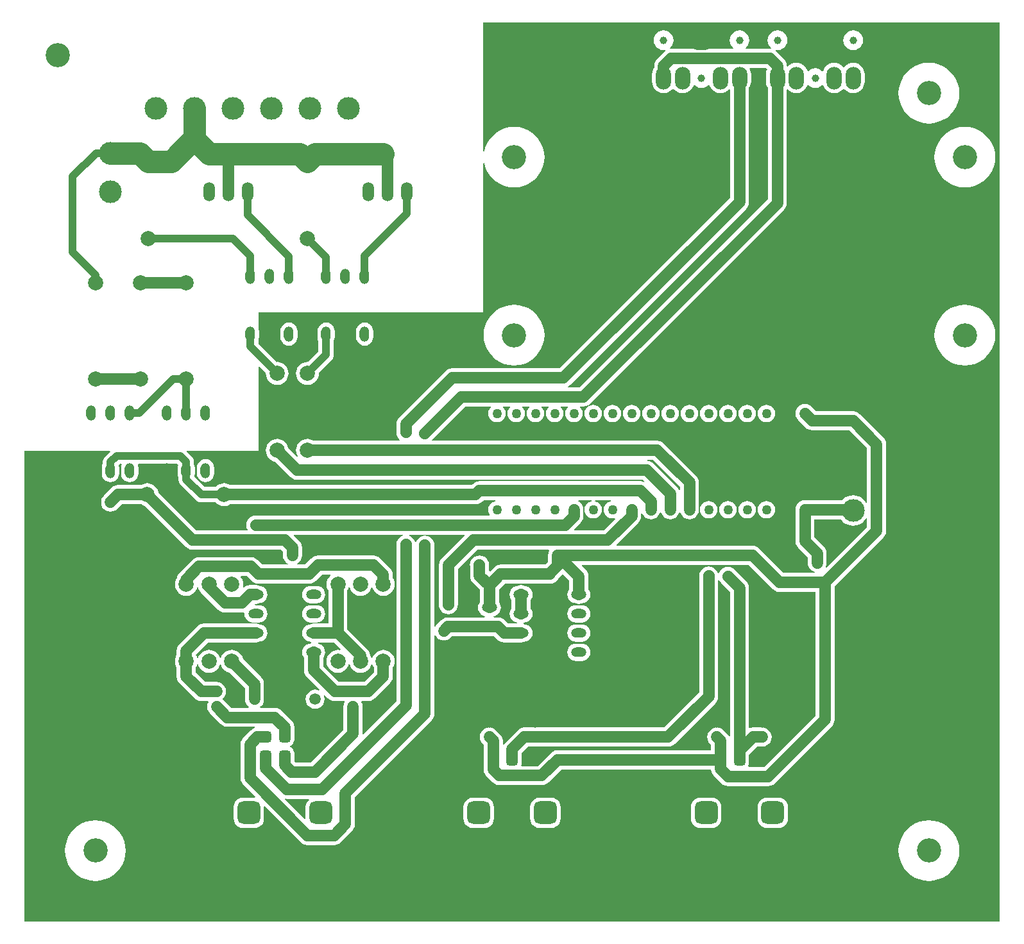
<source format=gtl>
G04 Layer_Physical_Order=1*
G04 Layer_Color=255*
%FSLAX25Y25*%
%MOIN*%
G70*
G01*
G75*
%ADD10C,0.03937*%
%ADD11C,0.11811*%
%ADD12C,0.05906*%
%ADD13C,0.07874*%
%ADD14C,0.05906*%
%ADD15C,0.03937*%
G04:AMPARAMS|DCode=16|XSize=98.43mil|YSize=98.43mil|CornerRadius=24.61mil|HoleSize=0mil|Usage=FLASHONLY|Rotation=90.000|XOffset=0mil|YOffset=0mil|HoleType=Round|Shape=RoundedRectangle|*
%AMROUNDEDRECTD16*
21,1,0.09843,0.04921,0,0,90.0*
21,1,0.04921,0.09843,0,0,90.0*
1,1,0.04921,0.02461,0.02461*
1,1,0.04921,0.02461,-0.02461*
1,1,0.04921,-0.02461,-0.02461*
1,1,0.04921,-0.02461,0.02461*
%
%ADD16ROUNDEDRECTD16*%
%ADD17O,0.08000X0.11811*%
G04:AMPARAMS|DCode=18|XSize=118.11mil|YSize=118.11mil|CornerRadius=29.53mil|HoleSize=0mil|Usage=FLASHONLY|Rotation=180.000|XOffset=0mil|YOffset=0mil|HoleType=Round|Shape=RoundedRectangle|*
%AMROUNDEDRECTD18*
21,1,0.11811,0.05906,0,0,180.0*
21,1,0.05906,0.11811,0,0,180.0*
1,1,0.05906,-0.02953,0.02953*
1,1,0.05906,0.02953,0.02953*
1,1,0.05906,0.02953,-0.02953*
1,1,0.05906,-0.02953,-0.02953*
%
%ADD18ROUNDEDRECTD18*%
G04:AMPARAMS|DCode=19|XSize=59.06mil|YSize=59.06mil|CornerRadius=14.76mil|HoleSize=0mil|Usage=FLASHONLY|Rotation=180.000|XOffset=0mil|YOffset=0mil|HoleType=Round|Shape=RoundedRectangle|*
%AMROUNDEDRECTD19*
21,1,0.05906,0.02953,0,0,180.0*
21,1,0.02953,0.05906,0,0,180.0*
1,1,0.02953,-0.01476,0.01476*
1,1,0.02953,0.01476,0.01476*
1,1,0.02953,0.01476,-0.01476*
1,1,0.02953,-0.01476,-0.01476*
%
%ADD19ROUNDEDRECTD19*%
%ADD20O,0.08000X0.05000*%
%ADD21C,0.05000*%
%ADD22C,0.11811*%
%ADD23O,0.05000X0.08000*%
%ADD24O,0.05906X0.10000*%
%ADD25C,0.12598*%
%ADD26C,0.12598*%
%ADD27C,0.06000*%
%ADD28C,0.03000*%
G36*
X388376Y445549D02*
X388160Y445146D01*
X387819Y444020D01*
X387703Y442850D01*
Y439039D01*
X387819Y437869D01*
X388160Y436744D01*
X388714Y435707D01*
X388737Y435679D01*
Y378040D01*
X290857Y280161D01*
X285065D01*
X284966Y280661D01*
X285159Y280741D01*
X286187Y281529D01*
X377526Y372868D01*
X378314Y373896D01*
X378810Y375093D01*
X378979Y376378D01*
Y435679D01*
X379002Y435707D01*
X379557Y436744D01*
X379898Y437869D01*
X380013Y439039D01*
Y442850D01*
X379898Y444020D01*
X379557Y445146D01*
X379251Y445717D01*
X379551Y446217D01*
X387708D01*
X388376Y445549D01*
D02*
G37*
G36*
X363691Y179463D02*
X364488Y178425D01*
X364777Y178203D01*
X369052Y173928D01*
Y98845D01*
X368552Y98745D01*
X368472Y98939D01*
X367683Y99967D01*
X365715Y101935D01*
X364687Y102724D01*
X363489Y103220D01*
X362205Y103389D01*
X360920Y103220D01*
X359723Y102724D01*
X358695Y101935D01*
X357906Y100907D01*
X357410Y99710D01*
X357241Y98425D01*
X357410Y97141D01*
X357906Y95943D01*
X358695Y94915D01*
X359209Y94401D01*
Y91578D01*
X279528D01*
X278243Y91409D01*
X277046Y90913D01*
X276018Y90124D01*
X269204Y83310D01*
X260895D01*
X260561Y83810D01*
X260738Y84238D01*
X260857Y85138D01*
Y86517D01*
X260869Y86614D01*
Y90070D01*
X264261Y93462D01*
X337008D01*
X338293Y93631D01*
X339490Y94126D01*
X340518Y94915D01*
X361541Y115939D01*
X362330Y116967D01*
X362826Y118164D01*
X362995Y119449D01*
Y179837D01*
X363495Y179937D01*
X363691Y179463D01*
D02*
G37*
G36*
X138976Y66296D02*
X150270D01*
X150431Y65823D01*
X150033Y65518D01*
X149245Y64490D01*
X148749Y63293D01*
X148580Y62008D01*
Y56102D01*
X148601Y55939D01*
X148153Y55717D01*
X137942Y65928D01*
X138176Y66401D01*
X138976Y66296D01*
D02*
G37*
G36*
X166718Y144097D02*
X166523Y143647D01*
X166490Y143617D01*
X165354Y143729D01*
X164197Y143615D01*
X163084Y143278D01*
X162057Y142729D01*
X161158Y141991D01*
X160420Y141092D01*
X159872Y140066D01*
X159534Y138953D01*
X159420Y137795D01*
X159534Y136638D01*
X159872Y135524D01*
X160420Y134499D01*
X161158Y133599D01*
X162057Y132861D01*
X163084Y132313D01*
X164197Y131975D01*
X165354Y131861D01*
X166512Y131975D01*
X167625Y132313D01*
X168651Y132861D01*
X169550Y133599D01*
X170288Y134499D01*
X170837Y135524D01*
X170999Y136058D01*
X171521D01*
X171683Y135524D01*
X172231Y134499D01*
X172969Y133599D01*
X173869Y132861D01*
X174894Y132313D01*
X176008Y131975D01*
X177165Y131861D01*
X178323Y131975D01*
X179436Y132313D01*
X180462Y132861D01*
X181361Y133599D01*
X182099Y134499D01*
X182648Y135524D01*
X182810Y136058D01*
X183332D01*
X183494Y135524D01*
X184013Y134554D01*
Y131977D01*
X179046Y127011D01*
X165836D01*
X157759Y135088D01*
Y139654D01*
X158198Y140227D01*
X158649Y141314D01*
X158802Y142480D01*
X158649Y143647D01*
X158198Y144734D01*
X157482Y145667D01*
X156549Y146384D01*
X155462Y146834D01*
X155163Y146873D01*
X155032Y147017D01*
X155251Y147517D01*
X163298D01*
X166718Y144097D01*
D02*
G37*
G36*
X199231Y203158D02*
X198282Y202765D01*
X197244Y201969D01*
X196447Y200931D01*
X195947Y199722D01*
X195776Y198425D01*
X195824Y198063D01*
Y117017D01*
X178611Y99804D01*
X178192Y100092D01*
Y114173D01*
X178023Y115458D01*
X177557Y116584D01*
X177752Y117084D01*
X181102D01*
X182387Y117253D01*
X183584Y117748D01*
X184612Y118537D01*
X192486Y126411D01*
X193275Y127439D01*
X193771Y128637D01*
X193940Y129921D01*
Y134554D01*
X194459Y135524D01*
X194796Y136638D01*
X194910Y137795D01*
X194796Y138953D01*
X194459Y140066D01*
X193910Y141092D01*
X193172Y141991D01*
X192273Y142729D01*
X191247Y143278D01*
X190134Y143615D01*
X188976Y143729D01*
X187819Y143615D01*
X186706Y143278D01*
X185680Y142729D01*
X184780Y141991D01*
X184042Y141092D01*
X183494Y140066D01*
X183332Y139532D01*
X182810D01*
X182648Y140066D01*
X182099Y141092D01*
X182069Y141130D01*
X181960Y141954D01*
X181464Y143151D01*
X180675Y144179D01*
X170318Y154536D01*
Y174554D01*
X170837Y175524D01*
X170999Y176058D01*
X171521D01*
X171683Y175524D01*
X172231Y174498D01*
X172969Y173599D01*
X173869Y172861D01*
X174894Y172313D01*
X176008Y171975D01*
X177165Y171861D01*
X178323Y171975D01*
X179436Y172313D01*
X180462Y172861D01*
X181361Y173599D01*
X182099Y174498D01*
X182648Y175524D01*
X182810Y176058D01*
X183332D01*
X183494Y175524D01*
X184042Y174498D01*
X184780Y173599D01*
X185680Y172861D01*
X186706Y172313D01*
X187819Y171975D01*
X188976Y171861D01*
X190134Y171975D01*
X191247Y172313D01*
X192273Y172861D01*
X193172Y173599D01*
X193910Y174498D01*
X194459Y175524D01*
X194796Y176638D01*
X194910Y177795D01*
X194796Y178953D01*
X194459Y180066D01*
X193940Y181036D01*
Y182677D01*
X193771Y183962D01*
X193275Y185159D01*
X192486Y186187D01*
X187368Y191305D01*
X186340Y192094D01*
X185143Y192590D01*
X183858Y192759D01*
X155118D01*
X153833Y192590D01*
X152636Y192094D01*
X151608Y191305D01*
X148338Y188035D01*
X144120D01*
X144021Y188535D01*
X144214Y188615D01*
X145242Y189403D01*
X146031Y190431D01*
X146527Y191629D01*
X146696Y192913D01*
Y196850D01*
X146527Y198135D01*
X146031Y199332D01*
X145242Y200360D01*
X142406Y203196D01*
X142597Y203658D01*
X199131D01*
X199231Y203158D01*
D02*
G37*
G36*
X92943Y135524D02*
X93491Y134499D01*
X94229Y133599D01*
X95128Y132861D01*
X96154Y132313D01*
X97268Y131975D01*
X98425Y131861D01*
X99583Y131975D01*
X100696Y132313D01*
X101722Y132861D01*
X102621Y133599D01*
X103359Y134499D01*
X103908Y135524D01*
X104069Y136058D01*
X104592D01*
X104754Y135524D01*
X105302Y134499D01*
X106040Y133599D01*
X106939Y132861D01*
X107965Y132313D01*
X109018Y131993D01*
X117084Y123928D01*
Y118110D01*
X117253Y116825D01*
X117748Y115628D01*
X118537Y114600D01*
X119157Y114125D01*
X118987Y113625D01*
X109930D01*
X105872Y117683D01*
X105641Y117860D01*
Y118360D01*
X105872Y118537D01*
X106661Y119565D01*
X107157Y120763D01*
X107326Y122047D01*
X107157Y123332D01*
X106661Y124529D01*
X105872Y125557D01*
X104844Y126346D01*
X103647Y126842D01*
X102362Y127011D01*
X96544D01*
X91578Y131977D01*
Y134554D01*
X92097Y135524D01*
X92258Y136058D01*
X92781D01*
X92943Y135524D01*
D02*
G37*
G36*
X231216Y203196D02*
X219325Y191305D01*
X218536Y190277D01*
X218040Y189080D01*
X217871Y187795D01*
Y167685D01*
X217823Y167323D01*
X217994Y166026D01*
X218495Y164817D01*
X219291Y163779D01*
X220329Y162983D01*
X221538Y162482D01*
X222835Y162311D01*
X224132Y162482D01*
X225340Y162983D01*
X226378Y163779D01*
X227175Y164817D01*
X227675Y166026D01*
X227846Y167323D01*
X227798Y167685D01*
Y185739D01*
X237883Y195824D01*
X275004D01*
X275199Y195324D01*
X274733Y194198D01*
X274564Y192913D01*
Y189458D01*
X273141Y188035D01*
X250000D01*
X248715Y187865D01*
X247518Y187370D01*
X246490Y186581D01*
X244440Y184531D01*
X243940Y184738D01*
Y187433D01*
X243988Y187795D01*
X243817Y189092D01*
X243316Y190301D01*
X242520Y191339D01*
X241482Y192135D01*
X240273Y192636D01*
X238976Y192807D01*
X237679Y192636D01*
X236471Y192135D01*
X235433Y191339D01*
X234636Y190301D01*
X234136Y189092D01*
X233965Y187795D01*
X234013Y187433D01*
Y182283D01*
X234182Y180999D01*
X234678Y179802D01*
X235467Y178774D01*
X239131Y175109D01*
Y168496D01*
X238691Y167923D01*
X238241Y166836D01*
X238087Y165669D01*
X238241Y164503D01*
X238691Y163416D01*
X239407Y162482D01*
X240341Y161766D01*
X241428Y161316D01*
X241726Y161276D01*
X241858Y161133D01*
X241638Y160633D01*
X222598D01*
X221314Y160464D01*
X220117Y159968D01*
X219089Y159179D01*
X216963Y157053D01*
X216174Y156025D01*
X216094Y155832D01*
X215594Y155931D01*
Y197670D01*
X215641Y198031D01*
X215471Y199328D01*
X214970Y200537D01*
X214174Y201575D01*
X213136Y202372D01*
X211927Y202872D01*
X210630Y203043D01*
X209333Y202872D01*
X208124Y202372D01*
X207086Y201575D01*
X206290Y200537D01*
X206061Y199984D01*
X205520D01*
X205127Y200931D01*
X204331Y201969D01*
X203293Y202765D01*
X202344Y203158D01*
X202443Y203658D01*
X231025D01*
X231216Y203196D01*
D02*
G37*
G36*
X343068Y228653D02*
Y226968D01*
X342568Y226869D01*
X342330Y227443D01*
X341541Y228470D01*
X329494Y240518D01*
X328466Y241307D01*
X327269Y241803D01*
X326241Y241938D01*
X326273Y242438D01*
X329282D01*
X343068Y228653D01*
D02*
G37*
G36*
X509294Y2517D02*
X2517D01*
Y247244D01*
X46880Y247244D01*
X47072Y246782D01*
X44436Y244146D01*
X43805Y243324D01*
X43408Y242366D01*
X43273Y241339D01*
Y240559D01*
X42891Y239635D01*
X42737Y238469D01*
Y235469D01*
X42891Y234302D01*
X43341Y233215D01*
X44057Y232281D01*
X44991Y231565D01*
X46078Y231115D01*
X47244Y230961D01*
X48411Y231115D01*
X49498Y231565D01*
X50431Y232281D01*
X51147Y233215D01*
X51598Y234302D01*
X51751Y235469D01*
Y238469D01*
X51598Y239635D01*
X51468Y239947D01*
X52039Y240517D01*
X52806D01*
X53084Y240102D01*
X52891Y239635D01*
X52737Y238469D01*
Y235469D01*
X52891Y234302D01*
X53341Y233215D01*
X54057Y232281D01*
X54991Y231565D01*
X56078Y231115D01*
X57244Y230961D01*
X58411Y231115D01*
X59498Y231565D01*
X60431Y232281D01*
X61147Y233215D01*
X61598Y234302D01*
X61751Y235469D01*
Y238469D01*
X61598Y239635D01*
X61404Y240102D01*
X61682Y240517D01*
X81820D01*
X82390Y239947D01*
X82261Y239635D01*
X82107Y238469D01*
Y235469D01*
X82261Y234302D01*
X82643Y233379D01*
Y232283D01*
X82779Y231256D01*
X83175Y230298D01*
X83806Y229476D01*
X91680Y221602D01*
X92503Y220971D01*
X93460Y220574D01*
X94488Y220439D01*
X101918D01*
X102103Y220213D01*
X103002Y219475D01*
X104028Y218927D01*
X105141Y218589D01*
X106299Y218475D01*
X107457Y218589D01*
X108570Y218927D01*
X109540Y219446D01*
X237008D01*
X238293Y219615D01*
X239490Y220111D01*
X240518Y220900D01*
X241032Y221414D01*
X247024D01*
X247057Y220914D01*
X246865Y220889D01*
X245778Y220439D01*
X244845Y219722D01*
X244128Y218789D01*
X243678Y217702D01*
X243524Y216535D01*
X243678Y215369D01*
X244128Y214282D01*
X244318Y214034D01*
X244097Y213586D01*
X123157D01*
X122795Y213633D01*
X121498Y213463D01*
X120290Y212962D01*
X119252Y212166D01*
X118455Y211128D01*
X117955Y209919D01*
X117784Y208622D01*
X117955Y207325D01*
X118400Y206251D01*
X118167Y205751D01*
X91977D01*
X72101Y225627D01*
X71782Y226680D01*
X71233Y227706D01*
X70495Y228606D01*
X69596Y229343D01*
X68570Y229892D01*
X67457Y230229D01*
X66299Y230344D01*
X65141Y230229D01*
X64028Y229892D01*
X63058Y229373D01*
X51181D01*
X49896Y229204D01*
X48699Y228708D01*
X47671Y227919D01*
X43734Y223982D01*
X42945Y222954D01*
X42450Y221757D01*
X42280Y220472D01*
X42450Y219188D01*
X42945Y217991D01*
X43734Y216963D01*
X44762Y216174D01*
X45959Y215678D01*
X47244Y215509D01*
X48529Y215678D01*
X49726Y216174D01*
X50754Y216963D01*
X53237Y219446D01*
X63058D01*
X64028Y218927D01*
X65081Y218608D01*
X86411Y197277D01*
X87439Y196489D01*
X88636Y195993D01*
X89921Y195824D01*
X135739D01*
X136769Y194794D01*
Y192913D01*
X136938Y191629D01*
X137434Y190431D01*
X138222Y189403D01*
X139250Y188615D01*
X139444Y188535D01*
X139344Y188035D01*
X126072D01*
X123589Y190518D01*
X122561Y191307D01*
X121363Y191803D01*
X120079Y191972D01*
X93307D01*
X92022Y191803D01*
X90825Y191307D01*
X89797Y190518D01*
X83104Y183825D01*
X82315Y182797D01*
X81820Y181600D01*
X81767Y181197D01*
X81680Y181092D01*
X81132Y180066D01*
X80794Y178953D01*
X80680Y177795D01*
X80794Y176638D01*
X81132Y175524D01*
X81680Y174498D01*
X82418Y173599D01*
X83317Y172861D01*
X84343Y172313D01*
X85457Y171975D01*
X86614Y171861D01*
X87772Y171975D01*
X88885Y172313D01*
X89911Y172861D01*
X90810Y173599D01*
X91548Y174498D01*
X92097Y175524D01*
X92258Y176058D01*
X92781D01*
X92943Y175524D01*
X93491Y174498D01*
X94229Y173599D01*
X94567Y173322D01*
X94915Y172868D01*
X103183Y164600D01*
X104211Y163812D01*
X105408Y163316D01*
X106693Y163146D01*
X115354D01*
X116390Y163283D01*
X116843Y162900D01*
X116788Y162480D01*
X116942Y161314D01*
X117392Y160227D01*
X118108Y159293D01*
X119042Y158577D01*
X120129Y158127D01*
X121295Y157973D01*
X124295D01*
X125462Y158127D01*
X126549Y158577D01*
X127482Y159293D01*
X128199Y160227D01*
X128649Y161314D01*
X128802Y162480D01*
X128649Y163647D01*
X128199Y164734D01*
X127482Y165667D01*
X126549Y166384D01*
X125462Y166834D01*
X124295Y166987D01*
X122528D01*
X122261Y167487D01*
X122280Y167517D01*
X122795D01*
X124080Y167686D01*
X124997Y168066D01*
X125462Y168127D01*
X126549Y168577D01*
X127482Y169293D01*
X128199Y170227D01*
X128649Y171314D01*
X128802Y172480D01*
X128649Y173647D01*
X128199Y174734D01*
X127482Y175667D01*
X126549Y176383D01*
X125462Y176834D01*
X124997Y176895D01*
X124080Y177275D01*
X122795Y177444D01*
X119724D01*
X118440Y177275D01*
X117243Y176779D01*
X116433Y176158D01*
X116001Y176457D01*
X116056Y176638D01*
X116170Y177795D01*
X116056Y178953D01*
X115719Y180066D01*
X115170Y181092D01*
X114799Y181544D01*
X115036Y182044D01*
X118023D01*
X120506Y179561D01*
X121534Y178772D01*
X122731Y178276D01*
X124016Y178107D01*
X150394D01*
X151678Y178276D01*
X152876Y178772D01*
X153904Y179561D01*
X157174Y182832D01*
X161394D01*
X161573Y182332D01*
X161158Y181991D01*
X160420Y181092D01*
X159872Y180066D01*
X159534Y178953D01*
X159420Y177795D01*
X159534Y176638D01*
X159872Y175524D01*
X160391Y174554D01*
Y157444D01*
X152795D01*
X151511Y157275D01*
X150593Y156895D01*
X150129Y156834D01*
X149042Y156384D01*
X148108Y155667D01*
X147392Y154734D01*
X146942Y153647D01*
X146788Y152480D01*
X146942Y151314D01*
X147392Y150227D01*
X148108Y149293D01*
X149042Y148577D01*
X150129Y148127D01*
X150593Y148066D01*
X151387Y147737D01*
X151387Y147736D01*
Y147224D01*
X151387Y147224D01*
X150593Y146895D01*
X150129Y146834D01*
X149042Y146384D01*
X148108Y145667D01*
X147392Y144734D01*
X146942Y143647D01*
X146788Y142480D01*
X146942Y141314D01*
X147392Y140227D01*
X147831Y139654D01*
Y133031D01*
X148001Y131747D01*
X148497Y130550D01*
X149285Y129522D01*
X155738Y123069D01*
X155455Y122645D01*
X154828Y122905D01*
X153543Y123074D01*
X152259Y122905D01*
X151061Y122409D01*
X150033Y121620D01*
X149245Y120592D01*
X148749Y119395D01*
X148580Y118110D01*
X148749Y116825D01*
X149245Y115628D01*
X150033Y114600D01*
X151061Y113812D01*
X152259Y113316D01*
X153543Y113146D01*
X154828Y113316D01*
X156025Y113812D01*
X157053Y114600D01*
X157842Y115628D01*
X158338Y116825D01*
X158507Y118110D01*
X158338Y119395D01*
X158078Y120022D01*
X158502Y120305D01*
X160270Y118537D01*
X161298Y117748D01*
X162495Y117253D01*
X163779Y117084D01*
X168705D01*
X168900Y116584D01*
X168434Y115458D01*
X168265Y114173D01*
Y102056D01*
X151487Y85279D01*
X143395D01*
X142759Y85914D01*
Y88583D01*
X142746Y88679D01*
Y90059D01*
X142628Y90958D01*
X142281Y91796D01*
X141729Y92516D01*
X141009Y93068D01*
X140610Y93233D01*
Y93774D01*
X141009Y93940D01*
X141729Y94492D01*
X142281Y95211D01*
X142628Y96049D01*
X142746Y96949D01*
Y98328D01*
X142759Y98425D01*
Y103543D01*
X142590Y104828D01*
X142094Y106025D01*
X141305Y107053D01*
X136187Y112171D01*
X135159Y112960D01*
X133962Y113456D01*
X132677Y113625D01*
X125108D01*
X124938Y114125D01*
X125557Y114600D01*
X126346Y115628D01*
X126842Y116825D01*
X127011Y118110D01*
Y125984D01*
X126842Y127269D01*
X126346Y128466D01*
X125557Y129494D01*
X116038Y139013D01*
X115719Y140066D01*
X115170Y141092D01*
X114432Y141991D01*
X113533Y142729D01*
X112507Y143278D01*
X111394Y143615D01*
X110236Y143729D01*
X109079Y143615D01*
X107965Y143278D01*
X106939Y142729D01*
X106040Y141991D01*
X105302Y141092D01*
X104754Y140066D01*
X104592Y139532D01*
X104069D01*
X103908Y140066D01*
X103359Y141092D01*
X102621Y141991D01*
X101722Y142729D01*
X100696Y143278D01*
X99583Y143615D01*
X98425Y143729D01*
X97268Y143615D01*
X96154Y143278D01*
X95128Y142729D01*
X94229Y141991D01*
X93491Y141092D01*
X92943Y140066D01*
X92781Y139532D01*
X92258D01*
X92097Y140066D01*
X91578Y141036D01*
Y141251D01*
X97843Y147517D01*
X122795D01*
X124080Y147686D01*
X124997Y148066D01*
X125462Y148127D01*
X126549Y148577D01*
X127482Y149293D01*
X128199Y150227D01*
X128649Y151314D01*
X128802Y152480D01*
X128649Y153647D01*
X128199Y154734D01*
X127482Y155667D01*
X126549Y156384D01*
X125462Y156834D01*
X124997Y156895D01*
X124080Y157275D01*
X122795Y157444D01*
X95787D01*
X94503Y157275D01*
X93305Y156779D01*
X92277Y155990D01*
X83104Y146817D01*
X82315Y145789D01*
X81820Y144592D01*
X81651Y143307D01*
Y141036D01*
X81132Y140066D01*
X80794Y138953D01*
X80680Y137795D01*
X80794Y136638D01*
X81132Y135524D01*
X81651Y134554D01*
Y129921D01*
X81820Y128637D01*
X82315Y127439D01*
X83104Y126411D01*
X90978Y118537D01*
X92006Y117748D01*
X93204Y117253D01*
X94488Y117084D01*
X97839D01*
X98034Y116584D01*
X97568Y115458D01*
X97399Y114173D01*
X97568Y112889D01*
X98063Y111691D01*
X98852Y110663D01*
X104364Y105151D01*
X105392Y104363D01*
X106589Y103867D01*
X107874Y103698D01*
X122241D01*
X122337Y103220D01*
X121140Y102724D01*
X120112Y101935D01*
X116175Y97998D01*
X115386Y96970D01*
X114891Y95773D01*
X114721Y94488D01*
Y77165D01*
X114891Y75881D01*
X115386Y74683D01*
X116175Y73655D01*
X122432Y67399D01*
X122211Y66950D01*
X122047Y66972D01*
X116142D01*
X114857Y66803D01*
X113660Y66307D01*
X112632Y65518D01*
X111843Y64490D01*
X111347Y63293D01*
X111178Y62008D01*
Y56102D01*
X111347Y54818D01*
X111843Y53620D01*
X112632Y52592D01*
X113660Y51804D01*
X114857Y51308D01*
X116142Y51139D01*
X122047D01*
X123332Y51308D01*
X124529Y51804D01*
X125557Y52592D01*
X126346Y53620D01*
X126842Y54818D01*
X127011Y56102D01*
Y62008D01*
X126989Y62172D01*
X127438Y62393D01*
X146096Y43734D01*
X147125Y42945D01*
X148322Y42450D01*
X149606Y42280D01*
X163386D01*
X164671Y42450D01*
X165868Y42945D01*
X166896Y43734D01*
X172801Y49640D01*
X173590Y50668D01*
X174086Y51865D01*
X174255Y53150D01*
Y67235D01*
X214140Y107120D01*
X214929Y108148D01*
X215424Y109345D01*
X215594Y110630D01*
Y151155D01*
X216094Y151255D01*
X216174Y151061D01*
X216963Y150033D01*
X217991Y149245D01*
X219188Y148749D01*
X220472Y148580D01*
X221757Y148749D01*
X222954Y149245D01*
X223982Y150033D01*
X224655Y150706D01*
X246605D01*
X248341Y148970D01*
X249369Y148182D01*
X250566Y147686D01*
X251850Y147517D01*
X260591D01*
X261875Y147686D01*
X262792Y148066D01*
X263257Y148127D01*
X264344Y148577D01*
X265278Y149293D01*
X265994Y150227D01*
X266444Y151314D01*
X266598Y152480D01*
X266444Y153647D01*
X265994Y154734D01*
X265278Y155667D01*
X264344Y156384D01*
X263257Y156834D01*
X262792Y156895D01*
X261999Y157224D01*
X261999Y157225D01*
Y157736D01*
X261999Y157737D01*
X262792Y158066D01*
X263257Y158127D01*
X264344Y158577D01*
X265278Y159293D01*
X265994Y160227D01*
X266444Y161314D01*
X266598Y162480D01*
X266444Y163647D01*
X265994Y164734D01*
X265554Y165307D01*
Y169654D01*
X265994Y170227D01*
X266444Y171314D01*
X266598Y172480D01*
X266444Y173647D01*
X265994Y174734D01*
X265278Y175667D01*
X264344Y176383D01*
X263257Y176834D01*
X262792Y176895D01*
X261875Y177275D01*
X260591Y177444D01*
X259306Y177275D01*
X258389Y176895D01*
X257924Y176834D01*
X256837Y176383D01*
X255904Y175667D01*
X255187Y174734D01*
X254737Y173647D01*
X254584Y172480D01*
X254737Y171314D01*
X255187Y170227D01*
X255627Y169654D01*
Y165307D01*
X255187Y164734D01*
X254737Y163647D01*
X254584Y162480D01*
X254737Y161314D01*
X255187Y160227D01*
X255904Y159293D01*
X256837Y158577D01*
X257924Y158127D01*
X258223Y158088D01*
X258354Y157944D01*
X258135Y157444D01*
X253906D01*
X252171Y159179D01*
X251143Y159968D01*
X249946Y160464D01*
X248661Y160633D01*
X246550D01*
X246331Y161133D01*
X246462Y161276D01*
X246761Y161316D01*
X247848Y161766D01*
X248781Y162482D01*
X249498Y163416D01*
X249948Y164503D01*
X250101Y165669D01*
X249948Y166836D01*
X249498Y167923D01*
X249058Y168496D01*
Y175109D01*
X252056Y178107D01*
X275590D01*
X276875Y178276D01*
X278072Y178772D01*
X279100Y179561D01*
X279889Y180589D01*
X279998Y180853D01*
X282283Y183138D01*
X285627Y179794D01*
Y175307D01*
X285187Y174734D01*
X284737Y173647D01*
X284583Y172480D01*
X284737Y171314D01*
X285187Y170227D01*
X285904Y169293D01*
X286837Y168577D01*
X287924Y168127D01*
X288389Y168066D01*
X289306Y167686D01*
X290591Y167517D01*
X291875Y167686D01*
X292793Y168066D01*
X293257Y168127D01*
X294344Y168577D01*
X295278Y169293D01*
X295994Y170227D01*
X296444Y171314D01*
X296598Y172480D01*
X296444Y173647D01*
X295994Y174734D01*
X295554Y175307D01*
Y181850D01*
X295385Y183135D01*
X294889Y184332D01*
X294100Y185360D01*
X291973Y187488D01*
X292164Y187950D01*
X378653D01*
X391372Y175230D01*
X392400Y174442D01*
X393597Y173946D01*
X394882Y173776D01*
X413540D01*
Y109536D01*
X386920Y82916D01*
X378695D01*
X378474Y83365D01*
X378501Y83400D01*
X378848Y84238D01*
X378967Y85138D01*
Y86517D01*
X378979Y86614D01*
Y89283D01*
X383158Y93462D01*
X385827D01*
X387111Y93631D01*
X388309Y94126D01*
X389337Y94915D01*
X390125Y95943D01*
X390621Y97141D01*
X390791Y98425D01*
X390621Y99710D01*
X390125Y100907D01*
X389337Y101935D01*
X388309Y102724D01*
X387111Y103220D01*
X385827Y103389D01*
X381102D01*
X379818Y103220D01*
X379395Y103045D01*
X378979Y103323D01*
Y175984D01*
X378810Y177269D01*
X378314Y178466D01*
X377526Y179494D01*
X371797Y185222D01*
X371575Y185512D01*
X370537Y186309D01*
X369328Y186809D01*
X368032Y186980D01*
X366735Y186809D01*
X365526Y186309D01*
X364488Y185512D01*
X363691Y184474D01*
X363318Y183573D01*
X362777D01*
X362371Y184553D01*
X361575Y185591D01*
X360537Y186387D01*
X359329Y186888D01*
X358032Y187059D01*
X356734Y186888D01*
X355526Y186387D01*
X354488Y185591D01*
X353692Y184553D01*
X353191Y183344D01*
X353020Y182047D01*
X353068Y181685D01*
Y121505D01*
X334952Y103389D01*
X262205D01*
X260920Y103220D01*
X259723Y102724D01*
X258695Y101935D01*
X252396Y95636D01*
X251607Y94608D01*
X251527Y94415D01*
X251027Y94514D01*
Y96457D01*
X250858Y97741D01*
X250362Y98939D01*
X249573Y99967D01*
X247604Y101935D01*
X246576Y102724D01*
X245379Y103220D01*
X244094Y103389D01*
X242810Y103220D01*
X241613Y102724D01*
X240585Y101935D01*
X239796Y100907D01*
X239300Y99710D01*
X239131Y98425D01*
X239300Y97141D01*
X239796Y95943D01*
X240585Y94915D01*
X241099Y94401D01*
Y86614D01*
Y81496D01*
X241268Y80211D01*
X241764Y79014D01*
X242553Y77986D01*
X245703Y74837D01*
X246731Y74048D01*
X247928Y73552D01*
X249213Y73383D01*
X271260D01*
X272545Y73552D01*
X273742Y74048D01*
X274770Y74837D01*
X281584Y81651D01*
X359241D01*
X359379Y80605D01*
X359875Y79408D01*
X360663Y78380D01*
X364600Y74443D01*
X365628Y73654D01*
X366826Y73158D01*
X368110Y72989D01*
X388976D01*
X390261Y73158D01*
X391458Y73654D01*
X392486Y74443D01*
X422014Y103970D01*
X422803Y104999D01*
X423299Y106196D01*
X423468Y107480D01*
Y176684D01*
X448785Y202002D01*
X449574Y203030D01*
X450070Y204227D01*
X450239Y205512D01*
Y250590D01*
X450070Y251875D01*
X449574Y253072D01*
X448785Y254100D01*
X436581Y266305D01*
X435553Y267094D01*
X434356Y267590D01*
X433071Y267759D01*
X413828D01*
X411541Y270045D01*
X410513Y270834D01*
X409316Y271330D01*
X408032Y271499D01*
X406747Y271330D01*
X405550Y270834D01*
X404522Y270045D01*
X403733Y269017D01*
X403237Y267820D01*
X403068Y266535D01*
X403237Y265251D01*
X403733Y264054D01*
X404522Y263026D01*
X408262Y259285D01*
X409290Y258497D01*
X410487Y258001D01*
X411772Y257832D01*
X431015D01*
X440312Y248534D01*
Y220406D01*
X439827Y220285D01*
X439649Y220616D01*
X438666Y221815D01*
X437467Y222799D01*
X436099Y223530D01*
X434615Y223980D01*
X433071Y224133D01*
X431527Y223980D01*
X430043Y223530D01*
X428675Y222799D01*
X427476Y221815D01*
X427217Y221499D01*
X408032D01*
X406747Y221330D01*
X405550Y220834D01*
X404522Y220045D01*
X403733Y219017D01*
X403237Y217820D01*
X403068Y216535D01*
Y200236D01*
X403237Y198951D01*
X403733Y197754D01*
X404522Y196726D01*
X409406Y191842D01*
Y188976D01*
X409576Y187692D01*
X410071Y186495D01*
X410860Y185467D01*
X411888Y184678D01*
X413085Y184182D01*
X412989Y183704D01*
X396938D01*
X384219Y196423D01*
X383190Y197212D01*
X381993Y197708D01*
X380709Y197877D01*
X310275D01*
X310083Y198339D01*
X321541Y209797D01*
X322330Y210825D01*
X322826Y212022D01*
X322995Y213307D01*
Y214528D01*
X323495Y214627D01*
X323733Y214054D01*
X324522Y213026D01*
X325550Y212237D01*
X326747Y211741D01*
X328031Y211572D01*
X329316Y211741D01*
X330513Y212237D01*
X331541Y213026D01*
X332330Y214054D01*
X332775Y215127D01*
X332776Y215127D01*
X333287D01*
X333288Y215127D01*
X333733Y214054D01*
X334522Y213026D01*
X335550Y212237D01*
X336747Y211741D01*
X338032Y211572D01*
X339316Y211741D01*
X340513Y212237D01*
X341541Y213026D01*
X342330Y214054D01*
X342775Y215127D01*
X342776Y215127D01*
X343287D01*
X343288Y215127D01*
X343733Y214054D01*
X344522Y213026D01*
X345550Y212237D01*
X346747Y211741D01*
X348031Y211572D01*
X349316Y211741D01*
X350513Y212237D01*
X351541Y213026D01*
X352330Y214054D01*
X352826Y215251D01*
X352995Y216535D01*
Y230709D01*
X352826Y231993D01*
X352330Y233190D01*
X351541Y234219D01*
X334848Y250911D01*
X333820Y251700D01*
X332623Y252196D01*
X331339Y252365D01*
X214421D01*
X214258Y252865D01*
X214396Y253045D01*
X231584Y270233D01*
X244732D01*
X244893Y269760D01*
X244845Y269722D01*
X244128Y268789D01*
X243678Y267702D01*
X243524Y266535D01*
X243678Y265369D01*
X244128Y264282D01*
X244845Y263349D01*
X245778Y262632D01*
X246865Y262182D01*
X248031Y262028D01*
X249198Y262182D01*
X250285Y262632D01*
X251219Y263349D01*
X251935Y264282D01*
X252385Y265369D01*
X252539Y266535D01*
X252385Y267702D01*
X251935Y268789D01*
X251219Y269722D01*
X251170Y269760D01*
X251331Y270233D01*
X254732D01*
X254893Y269760D01*
X254844Y269722D01*
X254128Y268789D01*
X253678Y267702D01*
X253524Y266535D01*
X253678Y265369D01*
X254128Y264282D01*
X254844Y263349D01*
X255778Y262632D01*
X256865Y262182D01*
X258032Y262028D01*
X259198Y262182D01*
X260285Y262632D01*
X261219Y263349D01*
X261935Y264282D01*
X262385Y265369D01*
X262539Y266535D01*
X262385Y267702D01*
X261935Y268789D01*
X261219Y269722D01*
X261170Y269760D01*
X261331Y270233D01*
X264732D01*
X264893Y269760D01*
X264844Y269722D01*
X264128Y268789D01*
X263678Y267702D01*
X263524Y266535D01*
X263678Y265369D01*
X264128Y264282D01*
X264844Y263349D01*
X265778Y262632D01*
X266865Y262182D01*
X268032Y262028D01*
X269198Y262182D01*
X270285Y262632D01*
X271218Y263349D01*
X271935Y264282D01*
X272385Y265369D01*
X272539Y266535D01*
X272385Y267702D01*
X271935Y268789D01*
X271218Y269722D01*
X271170Y269760D01*
X271331Y270233D01*
X274732D01*
X274893Y269760D01*
X274845Y269722D01*
X274128Y268789D01*
X273678Y267702D01*
X273524Y266535D01*
X273678Y265369D01*
X274128Y264282D01*
X274845Y263349D01*
X275778Y262632D01*
X276865Y262182D01*
X278031Y262028D01*
X279198Y262182D01*
X280285Y262632D01*
X281219Y263349D01*
X281935Y264282D01*
X282385Y265369D01*
X282539Y266535D01*
X282385Y267702D01*
X281935Y268789D01*
X281219Y269722D01*
X281170Y269760D01*
X281331Y270233D01*
X284732D01*
X284893Y269760D01*
X284844Y269722D01*
X284128Y268789D01*
X283678Y267702D01*
X283524Y266535D01*
X283678Y265369D01*
X284128Y264282D01*
X284844Y263349D01*
X285778Y262632D01*
X286865Y262182D01*
X288032Y262028D01*
X289198Y262182D01*
X290285Y262632D01*
X291218Y263349D01*
X291935Y264282D01*
X292385Y265369D01*
X292539Y266535D01*
X292385Y267702D01*
X291935Y268789D01*
X291218Y269722D01*
X291170Y269760D01*
X291331Y270233D01*
X292913D01*
X294198Y270402D01*
X295395Y270898D01*
X296423Y271687D01*
X397211Y372474D01*
X398000Y373502D01*
X398495Y374699D01*
X398664Y375984D01*
Y434834D01*
X399135Y435002D01*
X399303Y434799D01*
X400211Y434053D01*
X401248Y433498D01*
X402373Y433157D01*
X403543Y433042D01*
X404713Y433157D01*
X405838Y433498D01*
X406875Y434053D01*
X407784Y434799D01*
X408530Y435707D01*
X409084Y436744D01*
X409221Y437195D01*
X409686Y437306D01*
X409766Y437271D01*
X410805Y436474D01*
X412050Y435958D01*
X413386Y435783D01*
X414722Y435958D01*
X415967Y436474D01*
X417005Y437271D01*
X417086Y437306D01*
X417551Y437195D01*
X417688Y436744D01*
X418242Y435707D01*
X418988Y434799D01*
X419896Y434053D01*
X420933Y433498D01*
X422058Y433157D01*
X423228Y433042D01*
X424398Y433157D01*
X425523Y433498D01*
X426560Y434053D01*
X427469Y434799D01*
X427900Y435323D01*
X428400D01*
X428830Y434799D01*
X429739Y434053D01*
X430776Y433498D01*
X431901Y433157D01*
X433071Y433042D01*
X434241Y433157D01*
X435366Y433498D01*
X436403Y434053D01*
X437312Y434799D01*
X438058Y435707D01*
X438612Y436744D01*
X438953Y437869D01*
X439068Y439039D01*
Y442850D01*
X438953Y444020D01*
X438612Y445146D01*
X438058Y446182D01*
X437312Y447091D01*
X436403Y447837D01*
X435366Y448391D01*
X434241Y448733D01*
X433071Y448848D01*
X431901Y448733D01*
X430776Y448391D01*
X429739Y447837D01*
X428830Y447091D01*
X428400Y446567D01*
X427900D01*
X427469Y447091D01*
X426560Y447837D01*
X425523Y448391D01*
X424398Y448733D01*
X423228Y448848D01*
X422058Y448733D01*
X420933Y448391D01*
X419896Y447837D01*
X418988Y447091D01*
X418242Y446182D01*
X417688Y445146D01*
X417551Y444695D01*
X417086Y444584D01*
X417005Y444619D01*
X415967Y445415D01*
X414722Y445931D01*
X413386Y446107D01*
X412050Y445931D01*
X410805Y445415D01*
X409766Y444619D01*
X409686Y444584D01*
X409221Y444695D01*
X409084Y445146D01*
X408530Y446182D01*
X407784Y447091D01*
X406875Y447837D01*
X405838Y448391D01*
X404713Y448733D01*
X403543Y448848D01*
X402373Y448733D01*
X401248Y448391D01*
X400211Y447837D01*
X399303Y447091D01*
X399135Y446887D01*
X398664Y447056D01*
Y447244D01*
X398495Y448529D01*
X398000Y449726D01*
X397211Y450754D01*
X393274Y454691D01*
X392757Y455088D01*
X392955Y455566D01*
X393701Y455468D01*
X395037Y455644D01*
X396282Y456159D01*
X397351Y456980D01*
X398171Y458049D01*
X398687Y459294D01*
X398863Y460630D01*
X398687Y461966D01*
X398171Y463211D01*
X397351Y464280D01*
X396282Y465101D01*
X395037Y465616D01*
X393701Y465792D01*
X392365Y465616D01*
X391120Y465101D01*
X390051Y464280D01*
X389230Y463211D01*
X388714Y461966D01*
X388539Y460630D01*
X388714Y459294D01*
X389230Y458049D01*
X390051Y456980D01*
X390630Y456535D01*
X390432Y456057D01*
X389764Y456145D01*
X377399D01*
X377230Y456645D01*
X377666Y456980D01*
X378486Y458049D01*
X379002Y459294D01*
X379178Y460630D01*
X379002Y461966D01*
X378486Y463211D01*
X377666Y464280D01*
X376597Y465101D01*
X375352Y465616D01*
X374016Y465792D01*
X372680Y465616D01*
X371435Y465101D01*
X370366Y464280D01*
X369545Y463211D01*
X369029Y461966D01*
X368853Y460630D01*
X369029Y459294D01*
X369545Y458049D01*
X370366Y456980D01*
X370802Y456645D01*
X370632Y456145D01*
X338583D01*
X337915Y456057D01*
X337717Y456535D01*
X338296Y456980D01*
X339116Y458049D01*
X339632Y459294D01*
X339808Y460630D01*
X339632Y461966D01*
X339116Y463211D01*
X338296Y464280D01*
X337227Y465101D01*
X335982Y465616D01*
X334646Y465792D01*
X333310Y465616D01*
X332065Y465101D01*
X330995Y464280D01*
X330175Y463211D01*
X329659Y461966D01*
X329483Y460630D01*
X329659Y459294D01*
X330175Y458049D01*
X330995Y456980D01*
X332065Y456159D01*
X333310Y455644D01*
X334646Y455468D01*
X335392Y455566D01*
X335590Y455088D01*
X335073Y454691D01*
X331136Y450754D01*
X330347Y449726D01*
X329851Y448529D01*
X329682Y447244D01*
Y446210D01*
X329659Y446182D01*
X329105Y445146D01*
X328764Y444020D01*
X328648Y442850D01*
Y439039D01*
X328764Y437869D01*
X329105Y436744D01*
X329659Y435707D01*
X330405Y434799D01*
X331314Y434053D01*
X332351Y433498D01*
X333476Y433157D01*
X334646Y433042D01*
X335816Y433157D01*
X336941Y433498D01*
X337978Y434053D01*
X338886Y434799D01*
X339317Y435323D01*
X339817D01*
X340247Y434799D01*
X341156Y434053D01*
X342193Y433498D01*
X343318Y433157D01*
X344488Y433042D01*
X345658Y433157D01*
X346783Y433498D01*
X347820Y434053D01*
X348729Y434799D01*
X349475Y435707D01*
X350029Y436744D01*
X350166Y437195D01*
X350630Y437306D01*
X350711Y437271D01*
X351750Y436474D01*
X352995Y435958D01*
X354331Y435783D01*
X355667Y435958D01*
X356912Y436474D01*
X357950Y437271D01*
X358031Y437306D01*
X358496Y437195D01*
X358632Y436744D01*
X359187Y435707D01*
X359932Y434799D01*
X360841Y434053D01*
X361878Y433498D01*
X363003Y433157D01*
X364173Y433042D01*
X365343Y433157D01*
X366468Y433498D01*
X367505Y434053D01*
X368414Y434799D01*
X368581Y435002D01*
X369052Y434834D01*
Y378434D01*
X280621Y290003D01*
X224803D01*
X223518Y289834D01*
X222321Y289338D01*
X221293Y288549D01*
X197277Y264533D01*
X196489Y263506D01*
X195993Y262308D01*
X195824Y261024D01*
Y257055D01*
X195776Y256693D01*
X195947Y255396D01*
X196447Y254187D01*
X197244Y253149D01*
X197649Y252839D01*
X197488Y252365D01*
X152848D01*
X151877Y252884D01*
X150764Y253222D01*
X149606Y253336D01*
X148449Y253222D01*
X147335Y252884D01*
X146309Y252336D01*
X145410Y251598D01*
X144672Y250698D01*
X144124Y249672D01*
X143786Y248559D01*
X143672Y247402D01*
X143786Y246244D01*
X144124Y245131D01*
X144431Y244555D01*
X144026Y244254D01*
X139660Y248620D01*
X139341Y249672D01*
X138792Y250698D01*
X138054Y251598D01*
X137155Y252336D01*
X136129Y252884D01*
X135016Y253222D01*
X133858Y253336D01*
X132701Y253222D01*
X131587Y252884D01*
X130561Y252336D01*
X129662Y251598D01*
X128924Y250698D01*
X128376Y249672D01*
X128038Y248559D01*
X127924Y247402D01*
X128038Y246244D01*
X128376Y245131D01*
X128924Y244105D01*
X129662Y243205D01*
X130561Y242468D01*
X131587Y241919D01*
X132640Y241600D01*
X140742Y233498D01*
X141770Y232709D01*
X142967Y232213D01*
X144252Y232044D01*
X323928D01*
X324636Y231337D01*
X324352Y230913D01*
X323726Y231172D01*
X322441Y231342D01*
X238976D01*
X237692Y231172D01*
X236494Y230677D01*
X235467Y229888D01*
X234952Y229373D01*
X109540D01*
X108570Y229892D01*
X107457Y230229D01*
X106299Y230344D01*
X105141Y230229D01*
X104028Y229892D01*
X103002Y229343D01*
X102103Y228606D01*
X101918Y228380D01*
X96133D01*
X90746Y233767D01*
X90968Y234302D01*
X91121Y235469D01*
Y238469D01*
X90968Y239635D01*
X90585Y240559D01*
Y241339D01*
X90450Y242366D01*
X90053Y243324D01*
X89422Y244146D01*
X86786Y246782D01*
X86978Y247244D01*
X111417D01*
X124016Y247244D01*
Y259842D01*
Y290975D01*
X124478Y291166D01*
X127953Y287691D01*
X127924Y287402D01*
X128038Y286244D01*
X128376Y285131D01*
X128924Y284105D01*
X129662Y283206D01*
X130561Y282468D01*
X131587Y281919D01*
X132701Y281581D01*
X133858Y281468D01*
X135016Y281581D01*
X136129Y281919D01*
X137155Y282468D01*
X138054Y283206D01*
X138792Y284105D01*
X139341Y285131D01*
X139678Y286244D01*
X139792Y287402D01*
X139678Y288559D01*
X139341Y289672D01*
X138792Y290698D01*
X138054Y291598D01*
X137155Y292336D01*
X136129Y292884D01*
X135016Y293222D01*
X133858Y293336D01*
X133569Y293307D01*
X124016Y302860D01*
Y304543D01*
X124275Y305168D01*
X124428Y306335D01*
Y309335D01*
X124275Y310501D01*
X124016Y311126D01*
Y319291D01*
X240945D01*
Y360630D01*
Y396617D01*
X241445Y396676D01*
X241866Y394922D01*
X242815Y392632D01*
X244110Y390518D01*
X245720Y388633D01*
X247605Y387023D01*
X249718Y385728D01*
X252008Y384780D01*
X254418Y384201D01*
X256890Y384006D01*
X259361Y384201D01*
X261771Y384780D01*
X264061Y385728D01*
X266175Y387023D01*
X268060Y388633D01*
X269670Y390518D01*
X270965Y392632D01*
X271913Y394922D01*
X272492Y397332D01*
X272686Y399803D01*
X272492Y402274D01*
X271913Y404685D01*
X270965Y406975D01*
X269670Y409088D01*
X268060Y410973D01*
X266175Y412583D01*
X264061Y413878D01*
X261771Y414827D01*
X259361Y415405D01*
X256890Y415600D01*
X254418Y415405D01*
X252008Y414827D01*
X249718Y413878D01*
X247605Y412583D01*
X245720Y410973D01*
X244110Y409088D01*
X242815Y406975D01*
X241866Y404685D01*
X241445Y402930D01*
X240945Y402989D01*
Y469924D01*
X509294D01*
Y2517D01*
D02*
G37*
G36*
X440312Y212035D02*
Y207568D01*
X419190Y186446D01*
X418766Y186729D01*
X419165Y187692D01*
X419334Y188976D01*
Y193898D01*
X419165Y195182D01*
X418669Y196379D01*
X417880Y197407D01*
X412995Y202292D01*
Y211572D01*
X426700D01*
X427476Y210626D01*
X428675Y209642D01*
X430043Y208911D01*
X431527Y208460D01*
X433071Y208308D01*
X434615Y208460D01*
X436099Y208911D01*
X437467Y209642D01*
X438666Y210626D01*
X439649Y211825D01*
X439827Y212156D01*
X440312Y212035D01*
D02*
G37*
G36*
X307057Y220914D02*
X306865Y220889D01*
X305778Y220439D01*
X304844Y219722D01*
X304128Y218789D01*
X303678Y217702D01*
X303524Y216535D01*
X303678Y215369D01*
X304128Y214282D01*
X304844Y213349D01*
X305778Y212632D01*
X306865Y212182D01*
X308032Y212028D01*
X309177Y212179D01*
X309215Y212148D01*
X309444Y211739D01*
X303456Y205751D01*
X288227D01*
X288036Y206213D01*
X291541Y209718D01*
X292330Y210747D01*
X292826Y211944D01*
X292995Y213228D01*
Y216535D01*
X292826Y217820D01*
X292330Y219017D01*
X291541Y220045D01*
X290513Y220834D01*
X290320Y220914D01*
X290420Y221414D01*
X297024D01*
X297057Y220914D01*
X296865Y220889D01*
X295778Y220439D01*
X294845Y219722D01*
X294128Y218789D01*
X293678Y217702D01*
X293524Y216535D01*
X293678Y215369D01*
X294128Y214282D01*
X294845Y213349D01*
X295778Y212632D01*
X296865Y212182D01*
X298031Y212028D01*
X299198Y212182D01*
X300285Y212632D01*
X301219Y213349D01*
X301935Y214282D01*
X302385Y215369D01*
X302539Y216535D01*
X302385Y217702D01*
X301935Y218789D01*
X301219Y219722D01*
X300285Y220439D01*
X299198Y220889D01*
X299006Y220914D01*
X299039Y221414D01*
X307024D01*
X307057Y220914D01*
D02*
G37*
%LPC*%
G36*
X154295Y176987D02*
X151295D01*
X150129Y176834D01*
X149042Y176383D01*
X148108Y175667D01*
X147392Y174734D01*
X146942Y173647D01*
X146788Y172480D01*
X146942Y171314D01*
X147392Y170227D01*
X148108Y169293D01*
X149042Y168577D01*
X150129Y168127D01*
X151295Y167973D01*
X154295D01*
X155462Y168127D01*
X156549Y168577D01*
X157482Y169293D01*
X158198Y170227D01*
X158649Y171314D01*
X158802Y172480D01*
X158649Y173647D01*
X158198Y174734D01*
X157482Y175667D01*
X156549Y176383D01*
X155462Y176834D01*
X154295Y176987D01*
D02*
G37*
G36*
X292091Y166987D02*
X289090D01*
X287924Y166834D01*
X286837Y166384D01*
X285904Y165667D01*
X285187Y164734D01*
X284737Y163647D01*
X284583Y162480D01*
X284737Y161314D01*
X285187Y160227D01*
X285904Y159293D01*
X286837Y158577D01*
X287924Y158127D01*
X289090Y157973D01*
X292091D01*
X293257Y158127D01*
X294344Y158577D01*
X295278Y159293D01*
X295994Y160227D01*
X296444Y161314D01*
X296598Y162480D01*
X296444Y163647D01*
X295994Y164734D01*
X295278Y165667D01*
X294344Y166384D01*
X293257Y166834D01*
X292091Y166987D01*
D02*
G37*
G36*
X358032Y221042D02*
X356865Y220889D01*
X355778Y220439D01*
X354844Y219722D01*
X354128Y218789D01*
X353678Y217702D01*
X353524Y216535D01*
X353678Y215369D01*
X354128Y214282D01*
X354844Y213349D01*
X355778Y212632D01*
X356865Y212182D01*
X358032Y212028D01*
X359198Y212182D01*
X360285Y212632D01*
X361219Y213349D01*
X361935Y214282D01*
X362385Y215369D01*
X362539Y216535D01*
X362385Y217702D01*
X361935Y218789D01*
X361219Y219722D01*
X360285Y220439D01*
X359198Y220889D01*
X358032Y221042D01*
D02*
G37*
G36*
X368032D02*
X366865Y220889D01*
X365778Y220439D01*
X364844Y219722D01*
X364128Y218789D01*
X363678Y217702D01*
X363524Y216535D01*
X363678Y215369D01*
X364128Y214282D01*
X364844Y213349D01*
X365778Y212632D01*
X366865Y212182D01*
X368032Y212028D01*
X369198Y212182D01*
X370285Y212632D01*
X371218Y213349D01*
X371935Y214282D01*
X372385Y215369D01*
X372538Y216535D01*
X372385Y217702D01*
X371935Y218789D01*
X371218Y219722D01*
X370285Y220439D01*
X369198Y220889D01*
X368032Y221042D01*
D02*
G37*
G36*
X241535Y66972D02*
X235630D01*
X234345Y66803D01*
X233148Y66307D01*
X232120Y65518D01*
X231331Y64490D01*
X230835Y63293D01*
X230666Y62008D01*
Y56102D01*
X230835Y54818D01*
X231331Y53620D01*
X232120Y52592D01*
X233148Y51804D01*
X234345Y51308D01*
X235630Y51139D01*
X241535D01*
X242820Y51308D01*
X244017Y51804D01*
X245045Y52592D01*
X245834Y53620D01*
X246330Y54818D01*
X246499Y56102D01*
Y62008D01*
X246330Y63293D01*
X245834Y64490D01*
X245045Y65518D01*
X244017Y66307D01*
X242820Y66803D01*
X241535Y66972D01*
D02*
G37*
G36*
X276181D02*
X270276D01*
X268991Y66803D01*
X267794Y66307D01*
X266766Y65518D01*
X265977Y64490D01*
X265481Y63293D01*
X265312Y62008D01*
Y56102D01*
X265481Y54818D01*
X265977Y53620D01*
X266766Y52592D01*
X267794Y51804D01*
X268991Y51308D01*
X270276Y51139D01*
X276181D01*
X277466Y51308D01*
X278663Y51804D01*
X279691Y52592D01*
X280480Y53620D01*
X280976Y54818D01*
X281145Y56102D01*
Y62008D01*
X280976Y63293D01*
X280480Y64490D01*
X279691Y65518D01*
X278663Y66307D01*
X277466Y66803D01*
X276181Y66972D01*
D02*
G37*
G36*
X39370Y55167D02*
X36899Y54972D01*
X34489Y54394D01*
X32199Y53445D01*
X30085Y52150D01*
X28200Y50540D01*
X26590Y48655D01*
X25295Y46542D01*
X24347Y44251D01*
X23768Y41841D01*
X23573Y39370D01*
X23768Y36899D01*
X24347Y34489D01*
X25295Y32199D01*
X26590Y30085D01*
X28200Y28200D01*
X30085Y26590D01*
X32199Y25295D01*
X34489Y24347D01*
X36899Y23768D01*
X39370Y23573D01*
X41841Y23768D01*
X44251Y24347D01*
X46542Y25295D01*
X48655Y26590D01*
X50540Y28200D01*
X52150Y30085D01*
X53445Y32199D01*
X54394Y34489D01*
X54972Y36899D01*
X55167Y39370D01*
X54972Y41841D01*
X54394Y44251D01*
X53445Y46542D01*
X52150Y48655D01*
X50540Y50540D01*
X48655Y52150D01*
X46542Y53445D01*
X44251Y54394D01*
X41841Y54972D01*
X39370Y55167D01*
D02*
G37*
G36*
X472441D02*
X469970Y54972D01*
X467559Y54394D01*
X465269Y53445D01*
X463156Y52150D01*
X461271Y50540D01*
X459661Y48655D01*
X458366Y46542D01*
X457417Y44251D01*
X456839Y41841D01*
X456644Y39370D01*
X456839Y36899D01*
X457417Y34489D01*
X458366Y32199D01*
X459661Y30085D01*
X461271Y28200D01*
X463156Y26590D01*
X465269Y25295D01*
X467559Y24347D01*
X469970Y23768D01*
X472441Y23573D01*
X474912Y23768D01*
X477322Y24347D01*
X479612Y25295D01*
X481726Y26590D01*
X483611Y28200D01*
X485221Y30085D01*
X486516Y32199D01*
X487465Y34489D01*
X488043Y36899D01*
X488238Y39370D01*
X488043Y41841D01*
X487465Y44251D01*
X486516Y46542D01*
X485221Y48655D01*
X483611Y50540D01*
X481726Y52150D01*
X479612Y53445D01*
X477322Y54394D01*
X474912Y54972D01*
X472441Y55167D01*
D02*
G37*
G36*
X359646Y66972D02*
X353740D01*
X352455Y66803D01*
X351258Y66307D01*
X350230Y65518D01*
X349441Y64490D01*
X348946Y63293D01*
X348776Y62008D01*
Y56102D01*
X348946Y54818D01*
X349441Y53620D01*
X350230Y52592D01*
X351258Y51804D01*
X352455Y51308D01*
X353740Y51139D01*
X359646D01*
X360930Y51308D01*
X362127Y51804D01*
X363156Y52592D01*
X363944Y53620D01*
X364440Y54818D01*
X364609Y56102D01*
Y62008D01*
X364440Y63293D01*
X363944Y64490D01*
X363156Y65518D01*
X362127Y66307D01*
X360930Y66803D01*
X359646Y66972D01*
D02*
G37*
G36*
X292091Y156987D02*
X289090D01*
X287924Y156834D01*
X286837Y156384D01*
X285904Y155667D01*
X285187Y154734D01*
X284737Y153647D01*
X284583Y152480D01*
X284737Y151314D01*
X285187Y150227D01*
X285904Y149293D01*
X286837Y148577D01*
X287924Y148127D01*
X289090Y147973D01*
X292091D01*
X293257Y148127D01*
X294344Y148577D01*
X295278Y149293D01*
X295994Y150227D01*
X296444Y151314D01*
X296598Y152480D01*
X296444Y153647D01*
X295994Y154734D01*
X295278Y155667D01*
X294344Y156384D01*
X293257Y156834D01*
X292091Y156987D01*
D02*
G37*
G36*
X154295Y166987D02*
X151295D01*
X150129Y166834D01*
X149042Y166384D01*
X148108Y165667D01*
X147392Y164734D01*
X146942Y163647D01*
X146788Y162480D01*
X146942Y161314D01*
X147392Y160227D01*
X148108Y159293D01*
X149042Y158577D01*
X150129Y158127D01*
X151295Y157973D01*
X154295D01*
X155462Y158127D01*
X156549Y158577D01*
X157482Y159293D01*
X158198Y160227D01*
X158649Y161314D01*
X158802Y162480D01*
X158649Y163647D01*
X158198Y164734D01*
X157482Y165667D01*
X156549Y166384D01*
X155462Y166834D01*
X154295Y166987D01*
D02*
G37*
G36*
X394291Y66972D02*
X388386D01*
X387101Y66803D01*
X385904Y66307D01*
X384876Y65518D01*
X384087Y64490D01*
X383591Y63293D01*
X383422Y62008D01*
Y56102D01*
X383591Y54818D01*
X384087Y53620D01*
X384876Y52592D01*
X385904Y51804D01*
X387101Y51308D01*
X388386Y51139D01*
X394291D01*
X395576Y51308D01*
X396773Y51804D01*
X397801Y52592D01*
X398590Y53620D01*
X399086Y54818D01*
X399255Y56102D01*
Y62008D01*
X399086Y63293D01*
X398590Y64490D01*
X397801Y65518D01*
X396773Y66307D01*
X395576Y66803D01*
X394291Y66972D01*
D02*
G37*
G36*
X292091Y146987D02*
X289090D01*
X287924Y146834D01*
X286837Y146384D01*
X285904Y145667D01*
X285187Y144734D01*
X284737Y143647D01*
X284583Y142480D01*
X284737Y141314D01*
X285187Y140227D01*
X285904Y139293D01*
X286837Y138577D01*
X287924Y138127D01*
X289090Y137973D01*
X292091D01*
X293257Y138127D01*
X294344Y138577D01*
X295278Y139293D01*
X295994Y140227D01*
X296444Y141314D01*
X296598Y142480D01*
X296444Y143647D01*
X295994Y144734D01*
X295278Y145667D01*
X294344Y146384D01*
X293257Y146834D01*
X292091Y146987D01*
D02*
G37*
G36*
X491142Y323080D02*
X488671Y322886D01*
X486260Y322307D01*
X483970Y321358D01*
X481857Y320063D01*
X479972Y318453D01*
X478362Y316568D01*
X477067Y314455D01*
X476118Y312165D01*
X475540Y309755D01*
X475345Y307283D01*
X475540Y304812D01*
X476118Y302402D01*
X477067Y300112D01*
X478362Y297998D01*
X479972Y296113D01*
X481857Y294504D01*
X483970Y293209D01*
X486260Y292260D01*
X488671Y291681D01*
X491142Y291487D01*
X493613Y291681D01*
X496023Y292260D01*
X498313Y293209D01*
X500427Y294504D01*
X502312Y296113D01*
X503922Y297998D01*
X505217Y300112D01*
X506165Y302402D01*
X506744Y304812D01*
X506939Y307283D01*
X506744Y309755D01*
X506165Y312165D01*
X505217Y314455D01*
X503922Y316568D01*
X502312Y318453D01*
X500427Y320063D01*
X498313Y321358D01*
X496023Y322307D01*
X493613Y322886D01*
X491142Y323080D01*
D02*
G37*
G36*
X159291Y313842D02*
X158125Y313688D01*
X157038Y313238D01*
X156104Y312522D01*
X155388Y311588D01*
X154938Y310501D01*
X154784Y309335D01*
Y306335D01*
X154938Y305168D01*
X155320Y304245D01*
Y298731D01*
X149896Y293307D01*
X149606Y293336D01*
X148449Y293222D01*
X147335Y292884D01*
X146309Y292336D01*
X145410Y291598D01*
X144672Y290698D01*
X144124Y289672D01*
X143786Y288559D01*
X143672Y287402D01*
X143786Y286244D01*
X144124Y285131D01*
X144672Y284105D01*
X145410Y283206D01*
X146309Y282468D01*
X147335Y281919D01*
X148449Y281581D01*
X149606Y281468D01*
X150764Y281581D01*
X151877Y281919D01*
X152903Y282468D01*
X153802Y283206D01*
X154540Y284105D01*
X155089Y285131D01*
X155426Y286244D01*
X155540Y287402D01*
X155512Y287691D01*
X162099Y294279D01*
X162730Y295101D01*
X163127Y296059D01*
X163262Y297087D01*
Y304245D01*
X163645Y305168D01*
X163798Y306335D01*
Y309335D01*
X163645Y310501D01*
X163195Y311588D01*
X162478Y312522D01*
X161545Y313238D01*
X160458Y313688D01*
X159291Y313842D01*
D02*
G37*
G36*
X256890Y323080D02*
X254418Y322886D01*
X252008Y322307D01*
X249718Y321358D01*
X247605Y320063D01*
X245720Y318453D01*
X244110Y316568D01*
X242815Y314455D01*
X241866Y312165D01*
X241287Y309755D01*
X241093Y307283D01*
X241287Y304812D01*
X241866Y302402D01*
X242815Y300112D01*
X244110Y297998D01*
X245720Y296113D01*
X247605Y294504D01*
X249718Y293209D01*
X252008Y292260D01*
X254418Y291681D01*
X256890Y291487D01*
X259361Y291681D01*
X261771Y292260D01*
X264061Y293209D01*
X266175Y294504D01*
X268060Y296113D01*
X269670Y297998D01*
X270965Y300112D01*
X271913Y302402D01*
X272492Y304812D01*
X272686Y307283D01*
X272492Y309755D01*
X271913Y312165D01*
X270965Y314455D01*
X269670Y316568D01*
X268060Y318453D01*
X266175Y320063D01*
X264061Y321358D01*
X261771Y322307D01*
X259361Y322886D01*
X256890Y323080D01*
D02*
G37*
G36*
X378031Y271042D02*
X376865Y270889D01*
X375778Y270439D01*
X374845Y269722D01*
X374128Y268789D01*
X373678Y267702D01*
X373524Y266535D01*
X373678Y265369D01*
X374128Y264282D01*
X374845Y263349D01*
X375778Y262632D01*
X376865Y262182D01*
X378031Y262028D01*
X379198Y262182D01*
X380285Y262632D01*
X381219Y263349D01*
X381935Y264282D01*
X382385Y265369D01*
X382539Y266535D01*
X382385Y267702D01*
X381935Y268789D01*
X381219Y269722D01*
X380285Y270439D01*
X379198Y270889D01*
X378031Y271042D01*
D02*
G37*
G36*
X388032D02*
X386865Y270889D01*
X385778Y270439D01*
X384844Y269722D01*
X384128Y268789D01*
X383678Y267702D01*
X383524Y266535D01*
X383678Y265369D01*
X384128Y264282D01*
X384844Y263349D01*
X385778Y262632D01*
X386865Y262182D01*
X388032Y262028D01*
X389198Y262182D01*
X390285Y262632D01*
X391218Y263349D01*
X391935Y264282D01*
X392385Y265369D01*
X392539Y266535D01*
X392385Y267702D01*
X391935Y268789D01*
X391218Y269722D01*
X390285Y270439D01*
X389198Y270889D01*
X388032Y271042D01*
D02*
G37*
G36*
X472441Y448868D02*
X469970Y448673D01*
X467559Y448094D01*
X465269Y447146D01*
X463156Y445851D01*
X461271Y444241D01*
X459661Y442356D01*
X458366Y440242D01*
X457417Y437952D01*
X456839Y435542D01*
X456644Y433071D01*
X456839Y430600D01*
X457417Y428189D01*
X458366Y425899D01*
X459661Y423786D01*
X461271Y421901D01*
X463156Y420291D01*
X465269Y418996D01*
X467559Y418047D01*
X469970Y417469D01*
X472441Y417274D01*
X474912Y417469D01*
X477322Y418047D01*
X479612Y418996D01*
X481726Y420291D01*
X483611Y421901D01*
X485221Y423786D01*
X486516Y425899D01*
X487465Y428189D01*
X488043Y430600D01*
X488238Y433071D01*
X488043Y435542D01*
X487465Y437952D01*
X486516Y440242D01*
X485221Y442356D01*
X483611Y444241D01*
X481726Y445851D01*
X479612Y447146D01*
X477322Y448094D01*
X474912Y448673D01*
X472441Y448868D01*
D02*
G37*
G36*
X433071Y465792D02*
X431735Y465616D01*
X430490Y465101D01*
X429421Y464280D01*
X428600Y463211D01*
X428085Y461966D01*
X427909Y460630D01*
X428085Y459294D01*
X428600Y458049D01*
X429421Y456980D01*
X430490Y456159D01*
X431735Y455644D01*
X433071Y455468D01*
X434407Y455644D01*
X435652Y456159D01*
X436721Y456980D01*
X437541Y458049D01*
X438057Y459294D01*
X438233Y460630D01*
X438057Y461966D01*
X437541Y463211D01*
X436721Y464280D01*
X435652Y465101D01*
X434407Y465616D01*
X433071Y465792D01*
D02*
G37*
G36*
X491142Y415600D02*
X488671Y415405D01*
X486260Y414827D01*
X483970Y413878D01*
X481857Y412583D01*
X479972Y410973D01*
X478362Y409088D01*
X477067Y406975D01*
X476118Y404685D01*
X475539Y402274D01*
X475345Y399803D01*
X475539Y397332D01*
X476118Y394922D01*
X477067Y392632D01*
X478362Y390518D01*
X479972Y388633D01*
X481857Y387023D01*
X483970Y385728D01*
X486260Y384780D01*
X488671Y384201D01*
X491142Y384006D01*
X493613Y384201D01*
X496023Y384780D01*
X498313Y385728D01*
X500427Y387023D01*
X502312Y388633D01*
X503922Y390518D01*
X505217Y392632D01*
X506165Y394922D01*
X506744Y397332D01*
X506939Y399803D01*
X506744Y402274D01*
X506165Y404685D01*
X505217Y406975D01*
X503922Y409088D01*
X502312Y410973D01*
X500427Y412583D01*
X498313Y413878D01*
X496023Y414827D01*
X493613Y415405D01*
X491142Y415600D01*
D02*
G37*
G36*
X139921Y313842D02*
X138755Y313688D01*
X137668Y313238D01*
X136734Y312522D01*
X136018Y311588D01*
X135568Y310501D01*
X135414Y309335D01*
Y306335D01*
X135568Y305168D01*
X136018Y304081D01*
X136734Y303148D01*
X137668Y302431D01*
X138755Y301981D01*
X139921Y301828D01*
X141088Y301981D01*
X142175Y302431D01*
X143108Y303148D01*
X143825Y304081D01*
X144275Y305168D01*
X144428Y306335D01*
Y309335D01*
X144275Y310501D01*
X143825Y311588D01*
X143108Y312522D01*
X142175Y313238D01*
X141088Y313688D01*
X139921Y313842D01*
D02*
G37*
G36*
X179291D02*
X178125Y313688D01*
X177038Y313238D01*
X176104Y312522D01*
X175388Y311588D01*
X174938Y310501D01*
X174784Y309335D01*
Y306335D01*
X174938Y305168D01*
X175388Y304081D01*
X176104Y303148D01*
X177038Y302431D01*
X178125Y301981D01*
X179291Y301828D01*
X180458Y301981D01*
X181545Y302431D01*
X182478Y303148D01*
X183195Y304081D01*
X183645Y305168D01*
X183798Y306335D01*
Y309335D01*
X183645Y310501D01*
X183195Y311588D01*
X182478Y312522D01*
X181545Y313238D01*
X180458Y313688D01*
X179291Y313842D01*
D02*
G37*
G36*
X368032Y271042D02*
X366865Y270889D01*
X365778Y270439D01*
X364844Y269722D01*
X364128Y268789D01*
X363678Y267702D01*
X363524Y266535D01*
X363678Y265369D01*
X364128Y264282D01*
X364844Y263349D01*
X365778Y262632D01*
X366865Y262182D01*
X368032Y262028D01*
X369198Y262182D01*
X370285Y262632D01*
X371218Y263349D01*
X371935Y264282D01*
X372385Y265369D01*
X372538Y266535D01*
X372385Y267702D01*
X371935Y268789D01*
X371218Y269722D01*
X370285Y270439D01*
X369198Y270889D01*
X368032Y271042D01*
D02*
G37*
G36*
X298031D02*
X296865Y270889D01*
X295778Y270439D01*
X294845Y269722D01*
X294128Y268789D01*
X293678Y267702D01*
X293524Y266535D01*
X293678Y265369D01*
X294128Y264282D01*
X294845Y263349D01*
X295778Y262632D01*
X296865Y262182D01*
X298031Y262028D01*
X299198Y262182D01*
X300285Y262632D01*
X301219Y263349D01*
X301935Y264282D01*
X302385Y265369D01*
X302539Y266535D01*
X302385Y267702D01*
X301935Y268789D01*
X301219Y269722D01*
X300285Y270439D01*
X299198Y270889D01*
X298031Y271042D01*
D02*
G37*
G36*
X308032D02*
X306865Y270889D01*
X305778Y270439D01*
X304844Y269722D01*
X304128Y268789D01*
X303678Y267702D01*
X303524Y266535D01*
X303678Y265369D01*
X304128Y264282D01*
X304844Y263349D01*
X305778Y262632D01*
X306865Y262182D01*
X308032Y262028D01*
X309198Y262182D01*
X310285Y262632D01*
X311219Y263349D01*
X311935Y264282D01*
X312385Y265369D01*
X312539Y266535D01*
X312385Y267702D01*
X311935Y268789D01*
X311219Y269722D01*
X310285Y270439D01*
X309198Y270889D01*
X308032Y271042D01*
D02*
G37*
G36*
X96614Y242976D02*
X95448Y242822D01*
X94361Y242372D01*
X93427Y241655D01*
X92711Y240722D01*
X92261Y239635D01*
X92107Y238469D01*
Y235469D01*
X92261Y234302D01*
X92711Y233215D01*
X93427Y232281D01*
X94361Y231565D01*
X95448Y231115D01*
X96614Y230961D01*
X97781Y231115D01*
X98868Y231565D01*
X99801Y232281D01*
X100517Y233215D01*
X100968Y234302D01*
X101121Y235469D01*
Y238469D01*
X100968Y239635D01*
X100517Y240722D01*
X99801Y241655D01*
X98868Y242372D01*
X97781Y242822D01*
X96614Y242976D01*
D02*
G37*
G36*
X378031Y221042D02*
X376865Y220889D01*
X375778Y220439D01*
X374845Y219722D01*
X374128Y218789D01*
X373678Y217702D01*
X373524Y216535D01*
X373678Y215369D01*
X374128Y214282D01*
X374845Y213349D01*
X375778Y212632D01*
X376865Y212182D01*
X378031Y212028D01*
X379198Y212182D01*
X380285Y212632D01*
X381219Y213349D01*
X381935Y214282D01*
X382385Y215369D01*
X382539Y216535D01*
X382385Y217702D01*
X381935Y218789D01*
X381219Y219722D01*
X380285Y220439D01*
X379198Y220889D01*
X378031Y221042D01*
D02*
G37*
G36*
X388032D02*
X386865Y220889D01*
X385778Y220439D01*
X384844Y219722D01*
X384128Y218789D01*
X383678Y217702D01*
X383524Y216535D01*
X383678Y215369D01*
X384128Y214282D01*
X384844Y213349D01*
X385778Y212632D01*
X386865Y212182D01*
X388032Y212028D01*
X389198Y212182D01*
X390285Y212632D01*
X391218Y213349D01*
X391935Y214282D01*
X392385Y215369D01*
X392539Y216535D01*
X392385Y217702D01*
X391935Y218789D01*
X391218Y219722D01*
X390285Y220439D01*
X389198Y220889D01*
X388032Y221042D01*
D02*
G37*
G36*
X348031Y271042D02*
X346865Y270889D01*
X345778Y270439D01*
X344845Y269722D01*
X344128Y268789D01*
X343678Y267702D01*
X343524Y266535D01*
X343678Y265369D01*
X344128Y264282D01*
X344845Y263349D01*
X345778Y262632D01*
X346865Y262182D01*
X348031Y262028D01*
X349198Y262182D01*
X350285Y262632D01*
X351219Y263349D01*
X351935Y264282D01*
X352385Y265369D01*
X352539Y266535D01*
X352385Y267702D01*
X351935Y268789D01*
X351219Y269722D01*
X350285Y270439D01*
X349198Y270889D01*
X348031Y271042D01*
D02*
G37*
G36*
X358032D02*
X356865Y270889D01*
X355778Y270439D01*
X354844Y269722D01*
X354128Y268789D01*
X353678Y267702D01*
X353524Y266535D01*
X353678Y265369D01*
X354128Y264282D01*
X354844Y263349D01*
X355778Y262632D01*
X356865Y262182D01*
X358032Y262028D01*
X359198Y262182D01*
X360285Y262632D01*
X361219Y263349D01*
X361935Y264282D01*
X362385Y265369D01*
X362539Y266535D01*
X362385Y267702D01*
X361935Y268789D01*
X361219Y269722D01*
X360285Y270439D01*
X359198Y270889D01*
X358032Y271042D01*
D02*
G37*
G36*
X338032D02*
X336865Y270889D01*
X335778Y270439D01*
X334844Y269722D01*
X334128Y268789D01*
X333678Y267702D01*
X333524Y266535D01*
X333678Y265369D01*
X334128Y264282D01*
X334844Y263349D01*
X335778Y262632D01*
X336865Y262182D01*
X338032Y262028D01*
X339198Y262182D01*
X340285Y262632D01*
X341218Y263349D01*
X341935Y264282D01*
X342385Y265369D01*
X342539Y266535D01*
X342385Y267702D01*
X341935Y268789D01*
X341218Y269722D01*
X340285Y270439D01*
X339198Y270889D01*
X338032Y271042D01*
D02*
G37*
G36*
X318032D02*
X316865Y270889D01*
X315778Y270439D01*
X314844Y269722D01*
X314128Y268789D01*
X313678Y267702D01*
X313524Y266535D01*
X313678Y265369D01*
X314128Y264282D01*
X314844Y263349D01*
X315778Y262632D01*
X316865Y262182D01*
X318032Y262028D01*
X319198Y262182D01*
X320285Y262632D01*
X321218Y263349D01*
X321935Y264282D01*
X322385Y265369D01*
X322538Y266535D01*
X322385Y267702D01*
X321935Y268789D01*
X321218Y269722D01*
X320285Y270439D01*
X319198Y270889D01*
X318032Y271042D01*
D02*
G37*
G36*
X328031D02*
X326865Y270889D01*
X325778Y270439D01*
X324845Y269722D01*
X324128Y268789D01*
X323678Y267702D01*
X323524Y266535D01*
X323678Y265369D01*
X324128Y264282D01*
X324845Y263349D01*
X325778Y262632D01*
X326865Y262182D01*
X328031Y262028D01*
X329198Y262182D01*
X330285Y262632D01*
X331219Y263349D01*
X331935Y264282D01*
X332385Y265369D01*
X332539Y266535D01*
X332385Y267702D01*
X331935Y268789D01*
X331219Y269722D01*
X330285Y270439D01*
X329198Y270889D01*
X328031Y271042D01*
D02*
G37*
%LPD*%
D10*
X27559Y350394D02*
X39370Y338583D01*
X27559Y350394D02*
Y389764D01*
X39685Y401890D01*
X47244D01*
X62992Y284646D02*
X62992Y284646D01*
X86614Y334646D02*
X86614Y334646D01*
X86614Y266968D02*
Y284646D01*
X62244Y266968D02*
X79921Y284646D01*
X86614D01*
X57244Y266968D02*
X62244D01*
X66929Y357638D02*
X110866D01*
X119921Y348583D01*
Y337835D02*
Y348583D01*
X149606Y357638D02*
X159291Y347953D01*
Y337835D02*
Y347953D01*
X118425Y369764D02*
Y381890D01*
Y369764D02*
X139921Y348268D01*
Y337835D02*
Y348268D01*
X201102Y370394D02*
Y381890D01*
X179291Y348583D02*
X201102Y370394D01*
X179291Y337835D02*
Y348583D01*
X119921Y301339D02*
Y307835D01*
Y301339D02*
X133858Y287402D01*
X159291Y297087D02*
Y307835D01*
X149606Y287402D02*
X159291Y297087D01*
X86614Y232283D02*
Y236968D01*
Y232283D02*
X94488Y224409D01*
X47244Y236968D02*
Y241339D01*
X86614Y236968D02*
Y241339D01*
X47244Y241339D02*
X50394Y244488D01*
X83465D01*
X86614Y241339D01*
X94488Y224409D02*
X106299D01*
D11*
X90866Y409134D02*
X98425Y401575D01*
X47244Y401890D02*
X62677D01*
X66929Y397638D01*
X78740D01*
X90866Y409764D01*
Y425197D01*
Y409134D02*
Y409764D01*
X149606Y397638D02*
X153543Y401575D01*
X188976D01*
X98425D02*
X145669D01*
X149606Y397638D01*
D12*
X98425Y401575D02*
X108425D01*
Y381890D02*
Y401575D01*
X188976D02*
X191102Y399449D01*
Y381890D02*
Y399449D01*
X39370Y284646D02*
X62992D01*
X62992Y334646D02*
X86614D01*
X279528Y192913D02*
X279528Y192913D01*
X244094Y165669D02*
Y177165D01*
X279528Y188976D02*
Y192913D01*
X51181Y224409D02*
X66299D01*
X47244Y220472D02*
X51181Y224409D01*
X408032Y266535D02*
X411772Y262795D01*
X433071D01*
X279528Y188976D02*
X279528Y188976D01*
X94488Y122047D02*
X102362D01*
X86614Y129921D02*
X94488Y122047D01*
X86614Y129921D02*
Y137795D01*
X173228Y122047D02*
X181102D01*
X188976Y129921D01*
Y137795D01*
X102362Y114173D02*
X107874Y108661D01*
X244094Y177165D02*
X250000Y183071D01*
X275590Y183465D02*
X279528Y187402D01*
Y192913D01*
X380709Y192913D02*
X394882Y178740D01*
X418504D01*
X445276Y205512D01*
Y250590D01*
X433071Y262795D02*
X445276Y250590D01*
X362205Y98425D02*
X364173Y96457D01*
Y86614D02*
Y96457D01*
X244094Y98425D02*
X246063Y96457D01*
Y86614D02*
Y96457D01*
X86614Y137795D02*
Y143307D01*
X95787Y152480D01*
X122795D01*
X163779Y122047D02*
X173228D01*
X152795Y133031D02*
X163779Y122047D01*
X152795Y133031D02*
Y142480D01*
X260591Y162480D02*
Y172480D01*
X86614Y177795D02*
Y180315D01*
X93307Y187008D01*
X244094Y155669D02*
X248661D01*
X251850Y152480D01*
X260591D01*
X115354Y168110D02*
X119724Y172480D01*
X122795D01*
X98425Y176378D02*
Y177795D01*
Y176378D02*
X106693Y168110D01*
X115354D01*
X152795Y152480D02*
X165354D01*
Y177795D01*
X177165Y137795D02*
Y140669D01*
X165354Y152480D02*
X177165Y140669D01*
X408032Y200236D02*
Y216535D01*
Y200236D02*
X414370Y193898D01*
Y188976D02*
Y193898D01*
X408032Y216535D02*
X432756D01*
X433071Y216220D01*
X153543Y80315D02*
X173228Y100000D01*
Y114173D01*
X110236Y137795D02*
X122047Y125984D01*
Y118110D02*
Y125984D01*
X262205Y98425D02*
X267717D01*
X255906Y92126D02*
X262205Y98425D01*
X255906Y86614D02*
Y92126D01*
X374016Y91339D02*
X381102Y98425D01*
X385827D01*
X107874Y108661D02*
X132677D01*
X137795Y103543D01*
Y98425D02*
Y103543D01*
X393701Y440945D02*
Y447244D01*
X334646Y440945D02*
Y447244D01*
X338583Y451181D01*
X389764D01*
X393701Y447244D01*
X137795Y83858D02*
Y88583D01*
Y83858D02*
X141339Y80315D01*
X153543D01*
X123622Y98425D02*
X127953D01*
X119685Y94488D02*
X123622Y98425D01*
X127953Y82284D02*
Y88583D01*
Y82284D02*
X138976Y71260D01*
X157087D01*
X119685Y77165D02*
Y94488D01*
Y77165D02*
X149606Y47244D01*
X163386D01*
X246063Y81496D02*
Y86614D01*
Y81496D02*
X249213Y78347D01*
X271260D01*
X279528Y86614D01*
X364173D01*
Y81890D02*
Y86614D01*
Y81890D02*
X368110Y77953D01*
X388976D01*
X418504Y107480D01*
Y178740D01*
X374016Y86614D02*
Y91339D01*
Y175984D01*
X368032Y181968D02*
X374016Y175984D01*
X288032Y213228D02*
Y216535D01*
X283425Y208622D02*
X288032Y213228D01*
X318032Y213307D02*
Y216535D01*
X66299Y224409D02*
X89921Y200787D01*
X137795D01*
X141732Y196850D01*
Y192913D02*
Y196850D01*
X220472Y153543D02*
X222598Y155669D01*
X244094D01*
X250000Y183071D02*
X275590D01*
X279528Y192913D02*
X290591Y181850D01*
Y172480D02*
Y181850D01*
X279528Y192913D02*
X380709D01*
X305512Y200787D02*
X318032Y213307D01*
X238976Y182283D02*
Y187795D01*
Y182283D02*
X244094Y177165D01*
X183858Y187795D02*
X188976Y182677D01*
Y177795D02*
Y182677D01*
X150394Y183071D02*
X155118Y187795D01*
X183858D01*
X93307Y187008D02*
X120079D01*
X124016Y183071D01*
X150394D01*
X235827Y200787D02*
X305512D01*
X157087Y71260D02*
X200787Y114961D01*
X222835Y167323D02*
Y187795D01*
X235827Y200787D01*
X267717Y98425D02*
X337008D01*
X358032Y119449D01*
Y182047D01*
X163386Y47244D02*
X169291Y53150D01*
Y69291D01*
X210630Y110630D01*
X328031Y216535D02*
Y220787D01*
X200787Y114961D02*
Y198425D01*
X210630Y110630D02*
Y198031D01*
X122795Y208622D02*
X283425D01*
X133858Y247402D02*
X144252Y237008D01*
X322441Y226378D02*
X328031Y220787D01*
X106299Y224409D02*
X237008D01*
X238976Y226378D01*
X322441D01*
X393701Y375984D02*
Y440945D01*
X200787Y256693D02*
Y261024D01*
X292913Y275197D02*
X393701Y375984D01*
X229528Y275197D02*
X292913D01*
X210630Y256299D02*
X229528Y275197D01*
X200787Y261024D02*
X224803Y285039D01*
X374016Y376378D02*
Y440945D01*
X224803Y285039D02*
X282677D01*
X374016Y376378D01*
X149606Y247402D02*
X331339D01*
X348031Y230709D01*
Y216535D02*
Y230709D01*
X144252Y237008D02*
X325984D01*
X338032Y224961D01*
Y216535D02*
Y224961D01*
D13*
X165354Y177795D02*
D03*
Y137795D02*
D03*
X177165D02*
D03*
Y177795D02*
D03*
X110236D02*
D03*
Y137795D02*
D03*
X188976Y177795D02*
D03*
Y137795D02*
D03*
X98425D02*
D03*
Y177795D02*
D03*
X86614Y137795D02*
D03*
Y177795D02*
D03*
X149606Y357638D02*
D03*
Y397638D02*
D03*
X149606Y247402D02*
D03*
Y287402D02*
D03*
X39370Y284646D02*
D03*
Y334646D02*
D03*
X62992Y334646D02*
D03*
Y284646D02*
D03*
X86614D02*
D03*
X86614Y334646D02*
D03*
X66299Y224409D02*
D03*
X106299D02*
D03*
X66929Y357638D02*
D03*
Y397638D02*
D03*
X133858Y247402D02*
D03*
Y287402D02*
D03*
D14*
X153543Y118110D02*
D03*
X145669D02*
D03*
X173228Y122047D02*
D03*
X173228Y114173D02*
D03*
X122047Y118110D02*
D03*
X129921D02*
D03*
X220472Y153543D02*
D03*
Y145669D02*
D03*
X102362Y122047D02*
D03*
Y114173D02*
D03*
X141732Y192913D02*
D03*
X133858D02*
D03*
X279528Y192913D02*
D03*
X271654D02*
D03*
X244094Y98425D02*
D03*
Y106299D02*
D03*
X267717Y98425D02*
D03*
Y106299D02*
D03*
X362205Y98425D02*
D03*
Y106299D02*
D03*
X385827Y98425D02*
D03*
Y106299D02*
D03*
X414370Y188976D02*
D03*
X404528D02*
D03*
X433071Y262795D02*
D03*
Y272638D02*
D03*
X47244Y220472D02*
D03*
X39370D02*
D03*
D15*
X393701Y460630D02*
D03*
X433071D02*
D03*
X413386Y440945D02*
D03*
X334646Y460630D02*
D03*
X374016D02*
D03*
X354331Y440945D02*
D03*
D16*
X413386Y460630D02*
D03*
X354331D02*
D03*
D17*
X423228Y440945D02*
D03*
X433071D02*
D03*
X403543D02*
D03*
X393701D02*
D03*
X364173D02*
D03*
X374016D02*
D03*
X344488D02*
D03*
X334646D02*
D03*
D18*
X119095Y59055D02*
D03*
X156496D02*
D03*
X273228D02*
D03*
X238583D02*
D03*
X391339D02*
D03*
X356693D02*
D03*
D19*
X137795Y88583D02*
D03*
X127953D02*
D03*
X147638D02*
D03*
Y98425D02*
D03*
X127953D02*
D03*
X137795D02*
D03*
X265748Y86614D02*
D03*
X255906D02*
D03*
X246063D02*
D03*
X383858D02*
D03*
X374016D02*
D03*
X364173D02*
D03*
D20*
X244094Y165669D02*
D03*
Y155669D02*
D03*
Y145669D02*
D03*
X152795Y162480D02*
D03*
Y172480D02*
D03*
Y142480D02*
D03*
Y152480D02*
D03*
X122795Y142480D02*
D03*
X122795Y152480D02*
D03*
Y162480D02*
D03*
X122795Y172480D02*
D03*
X290591Y162480D02*
D03*
Y172480D02*
D03*
Y142480D02*
D03*
Y152480D02*
D03*
X260591Y142480D02*
D03*
Y152480D02*
D03*
Y162480D02*
D03*
Y172480D02*
D03*
D21*
X388032Y266535D02*
D03*
X378031D02*
D03*
X348031D02*
D03*
X358032D02*
D03*
X308032D02*
D03*
X318032D02*
D03*
X298031D02*
D03*
X258032D02*
D03*
X248031D02*
D03*
X268032D02*
D03*
X288032D02*
D03*
X278031D02*
D03*
X338032D02*
D03*
X328031D02*
D03*
X368032D02*
D03*
X388032Y216535D02*
D03*
X378031D02*
D03*
X348031D02*
D03*
X358032D02*
D03*
X308032D02*
D03*
X318032D02*
D03*
X298031D02*
D03*
X258032D02*
D03*
X248031D02*
D03*
X268032D02*
D03*
X288032D02*
D03*
X278031D02*
D03*
X338032D02*
D03*
X328031D02*
D03*
X368032D02*
D03*
X408032Y266535D02*
D03*
X398031Y266535D02*
D03*
X408032Y216535D02*
D03*
X398031D02*
D03*
D22*
X70866Y425197D02*
D03*
X90866D02*
D03*
X110866D02*
D03*
X130866D02*
D03*
X150866D02*
D03*
X170866D02*
D03*
X47244Y381890D02*
D03*
Y401890D02*
D03*
X433071Y236221D02*
D03*
Y216220D02*
D03*
D23*
X169291Y337835D02*
D03*
X159291D02*
D03*
X179291D02*
D03*
Y307835D02*
D03*
X169291D02*
D03*
X159291D02*
D03*
X86614Y236968D02*
D03*
X96614D02*
D03*
X76614D02*
D03*
Y266968D02*
D03*
X86614D02*
D03*
X96614D02*
D03*
X47244Y236968D02*
D03*
X57244D02*
D03*
X37244D02*
D03*
Y266968D02*
D03*
X47244D02*
D03*
X57244D02*
D03*
X129921Y337835D02*
D03*
X119921D02*
D03*
X139921D02*
D03*
Y307835D02*
D03*
X129921D02*
D03*
X119921D02*
D03*
D24*
X201102Y381890D02*
D03*
X191102D02*
D03*
X181102D02*
D03*
X118425D02*
D03*
X108425D02*
D03*
X98425D02*
D03*
D25*
X491142Y307283D02*
D03*
X491142Y399803D02*
D03*
X256890Y399803D02*
D03*
Y307283D02*
D03*
D26*
X19685Y452756D02*
D03*
X39370Y39370D02*
D03*
X472441D02*
D03*
Y433071D02*
D03*
D27*
X358032Y182047D02*
D03*
X368032Y181968D02*
D03*
X122795Y208622D02*
D03*
X238976Y187795D02*
D03*
X222835Y167323D02*
D03*
X200787Y198425D02*
D03*
X210630Y198031D02*
D03*
Y256299D02*
D03*
X200787Y256693D02*
D03*
D28*
X271654Y440945D02*
D03*
X303150D02*
D03*
X208661Y303150D02*
D03*
X185039Y283465D02*
D03*
X165354Y267717D02*
D03*
X444882Y381890D02*
D03*
X421260Y326772D02*
D03*
X362205Y291339D02*
D03*
X393701Y240158D02*
D03*
X366142D02*
D03*
X456693Y224410D02*
D03*
X452756Y271654D02*
D03*
X118110Y236221D02*
D03*
X51181Y188976D02*
D03*
Y153543D02*
D03*
Y118110D02*
D03*
X137795Y169291D02*
D03*
Y157480D02*
D03*
Y145669D02*
D03*
X275590Y169291D02*
D03*
Y157480D02*
D03*
Y145669D02*
D03*
X240158Y122047D02*
D03*
X322835Y161417D02*
D03*
Y122047D02*
D03*
X283465D02*
D03*
X393701Y157480D02*
D03*
Y122047D02*
D03*
X102362Y212598D02*
D03*
X90551Y86614D02*
D03*
X216535Y82677D02*
D03*
X188976Y153543D02*
D03*
X98425Y161417D02*
D03*
X287402Y330709D02*
D03*
X307087Y370079D02*
D03*
X322835Y405512D02*
D03*
M02*

</source>
